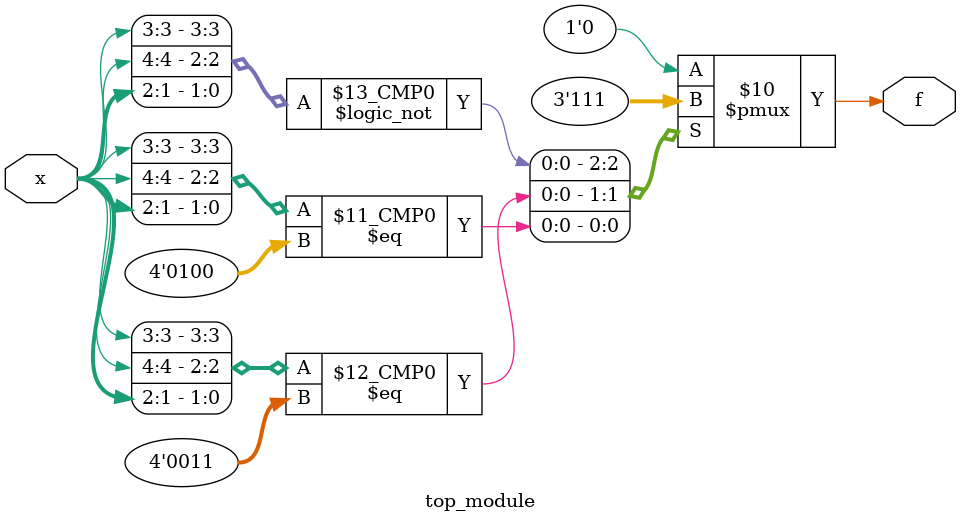
<source format=sv>
module top_module (
    input [4:1] x,
    output logic f
);

    // Intermediate signals
    logic w1, w2, w3, w4;

    // Assign intermediate signals
    assign w1 = (x[3] & x[4]);
    assign w2 = (~x[1] & ~x[2]);
    assign w3 = (x[1] & x[2]);
    assign w4 = (x[3] & ~x[4]);

    // Implement function f
    always_comb begin
        case ({x[3], x[4], x[2], x[1]})
            4'b0000: f = 1;
            4'b0001: f = 0;
            4'b0011: f = 1;
            4'b0100: f = 1;
            default: f = 0;
        endcase
    end

endmodule

</source>
